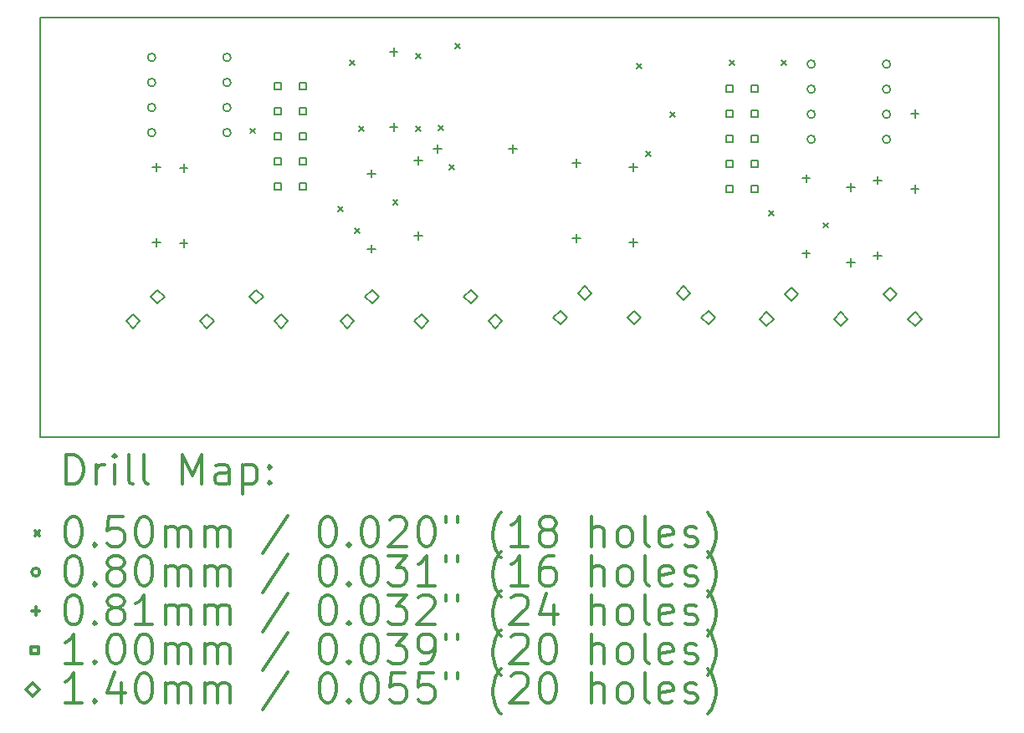
<source format=gbr>
%FSLAX45Y45*%
G04 Gerber Fmt 4.5, Leading zero omitted, Abs format (unit mm)*
G04 Created by KiCad (PCBNEW 4.0.2-stable) date 15/07/2016 14:21:15*
%MOMM*%
G01*
G04 APERTURE LIST*
%ADD10C,0.127000*%
%ADD11C,0.150000*%
%ADD12C,0.200000*%
%ADD13C,0.300000*%
G04 APERTURE END LIST*
D10*
D11*
X13150000Y-4250000D02*
X13150000Y-4350000D01*
X3450000Y-4250000D02*
X13150000Y-4250000D01*
X3450000Y-4350000D02*
X3450000Y-4250000D01*
X3450000Y-8500000D02*
X3450000Y-4350000D01*
X3775000Y-8500000D02*
X3450000Y-8500000D01*
X13150000Y-4350000D02*
X13150000Y-4825000D01*
X13150000Y-8500000D02*
X4075000Y-8500000D01*
X13150000Y-8475000D02*
X13150000Y-8500000D01*
X13150000Y-4825000D02*
X13150000Y-8475000D01*
X4075000Y-8500000D02*
X3775000Y-8500000D01*
D12*
X5572002Y-5368253D02*
X5622002Y-5418253D01*
X5622002Y-5368253D02*
X5572002Y-5418253D01*
X6462997Y-6162001D02*
X6512997Y-6212001D01*
X6512997Y-6162001D02*
X6462997Y-6212001D01*
X6581412Y-4675004D02*
X6631412Y-4725004D01*
X6631412Y-4675004D02*
X6581412Y-4725004D01*
X6633396Y-6378383D02*
X6683396Y-6428383D01*
X6683396Y-6378383D02*
X6633396Y-6428383D01*
X6675000Y-5350000D02*
X6725000Y-5400000D01*
X6725000Y-5350000D02*
X6675000Y-5400000D01*
X7016290Y-6091290D02*
X7066290Y-6141290D01*
X7066290Y-6091290D02*
X7016290Y-6141290D01*
X7250000Y-4611777D02*
X7300000Y-4661777D01*
X7300000Y-4611777D02*
X7250000Y-4661777D01*
X7250000Y-5350005D02*
X7300000Y-5400005D01*
X7300000Y-5350005D02*
X7250000Y-5400005D01*
X7481421Y-5340770D02*
X7531421Y-5390770D01*
X7531421Y-5340770D02*
X7481421Y-5390770D01*
X7588390Y-5736610D02*
X7638390Y-5786610D01*
X7638390Y-5736610D02*
X7588390Y-5786610D01*
X7649003Y-4511776D02*
X7699003Y-4561776D01*
X7699003Y-4511776D02*
X7649003Y-4561776D01*
X9483968Y-4711778D02*
X9533968Y-4761778D01*
X9533968Y-4711778D02*
X9483968Y-4761778D01*
X9575000Y-5600002D02*
X9625000Y-5650002D01*
X9625000Y-5600002D02*
X9575000Y-5650002D01*
X9825000Y-5200000D02*
X9875000Y-5250000D01*
X9875000Y-5200000D02*
X9825000Y-5250000D01*
X10425000Y-4675000D02*
X10475000Y-4725000D01*
X10475000Y-4675000D02*
X10425000Y-4725000D01*
X10825000Y-6200000D02*
X10875000Y-6250000D01*
X10875000Y-6200000D02*
X10825000Y-6250000D01*
X10950000Y-4675000D02*
X11000000Y-4725000D01*
X11000000Y-4675000D02*
X10950000Y-4725000D01*
X11375000Y-6325000D02*
X11425000Y-6375000D01*
X11425000Y-6325000D02*
X11375000Y-6375000D01*
X4615000Y-4650000D02*
G75*
G03X4615000Y-4650000I-40000J0D01*
G01*
X4615000Y-4904000D02*
G75*
G03X4615000Y-4904000I-40000J0D01*
G01*
X4615000Y-5158000D02*
G75*
G03X4615000Y-5158000I-40000J0D01*
G01*
X4615000Y-5412000D02*
G75*
G03X4615000Y-5412000I-40000J0D01*
G01*
X5377000Y-4650000D02*
G75*
G03X5377000Y-4650000I-40000J0D01*
G01*
X5377000Y-4904000D02*
G75*
G03X5377000Y-4904000I-40000J0D01*
G01*
X5377000Y-5158000D02*
G75*
G03X5377000Y-5158000I-40000J0D01*
G01*
X5377000Y-5412000D02*
G75*
G03X5377000Y-5412000I-40000J0D01*
G01*
X11290000Y-4717000D02*
G75*
G03X11290000Y-4717000I-40000J0D01*
G01*
X11290000Y-4971000D02*
G75*
G03X11290000Y-4971000I-40000J0D01*
G01*
X11290000Y-5225000D02*
G75*
G03X11290000Y-5225000I-40000J0D01*
G01*
X11290000Y-5479000D02*
G75*
G03X11290000Y-5479000I-40000J0D01*
G01*
X12052000Y-4717000D02*
G75*
G03X12052000Y-4717000I-40000J0D01*
G01*
X12052000Y-4971000D02*
G75*
G03X12052000Y-4971000I-40000J0D01*
G01*
X12052000Y-5225000D02*
G75*
G03X12052000Y-5225000I-40000J0D01*
G01*
X12052000Y-5479000D02*
G75*
G03X12052000Y-5479000I-40000J0D01*
G01*
X4625000Y-5722360D02*
X4625000Y-5803640D01*
X4584360Y-5763000D02*
X4665640Y-5763000D01*
X4625000Y-6484360D02*
X4625000Y-6565640D01*
X4584360Y-6525000D02*
X4665640Y-6525000D01*
X4900000Y-5728360D02*
X4900000Y-5809640D01*
X4859360Y-5769000D02*
X4940640Y-5769000D01*
X4900000Y-6490360D02*
X4900000Y-6571640D01*
X4859360Y-6531000D02*
X4940640Y-6531000D01*
X6800000Y-5784360D02*
X6800000Y-5865640D01*
X6759360Y-5825000D02*
X6840640Y-5825000D01*
X6800000Y-6546360D02*
X6800000Y-6627640D01*
X6759360Y-6587000D02*
X6840640Y-6587000D01*
X7025000Y-4553360D02*
X7025000Y-4634640D01*
X6984360Y-4594000D02*
X7065640Y-4594000D01*
X7025000Y-5315360D02*
X7025000Y-5396640D01*
X6984360Y-5356000D02*
X7065640Y-5356000D01*
X7275000Y-5653360D02*
X7275000Y-5734640D01*
X7234360Y-5694000D02*
X7315640Y-5694000D01*
X7275000Y-6415360D02*
X7275000Y-6496640D01*
X7234360Y-6456000D02*
X7315640Y-6456000D01*
X7469000Y-5534360D02*
X7469000Y-5615640D01*
X7428360Y-5575000D02*
X7509640Y-5575000D01*
X8231000Y-5534360D02*
X8231000Y-5615640D01*
X8190360Y-5575000D02*
X8271640Y-5575000D01*
X8875000Y-5678360D02*
X8875000Y-5759640D01*
X8834360Y-5719000D02*
X8915640Y-5719000D01*
X8875000Y-6440360D02*
X8875000Y-6521640D01*
X8834360Y-6481000D02*
X8915640Y-6481000D01*
X9450000Y-5722360D02*
X9450000Y-5803640D01*
X9409360Y-5763000D02*
X9490640Y-5763000D01*
X9450000Y-6484360D02*
X9450000Y-6565640D01*
X9409360Y-6525000D02*
X9490640Y-6525000D01*
X11200000Y-5834360D02*
X11200000Y-5915640D01*
X11159360Y-5875000D02*
X11240640Y-5875000D01*
X11200000Y-6596360D02*
X11200000Y-6677640D01*
X11159360Y-6637000D02*
X11240640Y-6637000D01*
X11650000Y-5922360D02*
X11650000Y-6003640D01*
X11609360Y-5963000D02*
X11690640Y-5963000D01*
X11650000Y-6684360D02*
X11650000Y-6765640D01*
X11609360Y-6725000D02*
X11690640Y-6725000D01*
X11925000Y-5853360D02*
X11925000Y-5934640D01*
X11884360Y-5894000D02*
X11965640Y-5894000D01*
X11925000Y-6615360D02*
X11925000Y-6696640D01*
X11884360Y-6656000D02*
X11965640Y-6656000D01*
X12300000Y-5178360D02*
X12300000Y-5259640D01*
X12259360Y-5219000D02*
X12340640Y-5219000D01*
X12300000Y-5940360D02*
X12300000Y-6021640D01*
X12259360Y-5981000D02*
X12340640Y-5981000D01*
X5885356Y-4973356D02*
X5885356Y-4902644D01*
X5814644Y-4902644D01*
X5814644Y-4973356D01*
X5885356Y-4973356D01*
X5885356Y-5227356D02*
X5885356Y-5156644D01*
X5814644Y-5156644D01*
X5814644Y-5227356D01*
X5885356Y-5227356D01*
X5885356Y-5481356D02*
X5885356Y-5410644D01*
X5814644Y-5410644D01*
X5814644Y-5481356D01*
X5885356Y-5481356D01*
X5885356Y-5735356D02*
X5885356Y-5664644D01*
X5814644Y-5664644D01*
X5814644Y-5735356D01*
X5885356Y-5735356D01*
X5885356Y-5989356D02*
X5885356Y-5918644D01*
X5814644Y-5918644D01*
X5814644Y-5989356D01*
X5885356Y-5989356D01*
X6139356Y-4973356D02*
X6139356Y-4902644D01*
X6068644Y-4902644D01*
X6068644Y-4973356D01*
X6139356Y-4973356D01*
X6139356Y-5227356D02*
X6139356Y-5156644D01*
X6068644Y-5156644D01*
X6068644Y-5227356D01*
X6139356Y-5227356D01*
X6139356Y-5481356D02*
X6139356Y-5410644D01*
X6068644Y-5410644D01*
X6068644Y-5481356D01*
X6139356Y-5481356D01*
X6139356Y-5735356D02*
X6139356Y-5664644D01*
X6068644Y-5664644D01*
X6068644Y-5735356D01*
X6139356Y-5735356D01*
X6139356Y-5989356D02*
X6139356Y-5918644D01*
X6068644Y-5918644D01*
X6068644Y-5989356D01*
X6139356Y-5989356D01*
X10460356Y-4998356D02*
X10460356Y-4927644D01*
X10389644Y-4927644D01*
X10389644Y-4998356D01*
X10460356Y-4998356D01*
X10460356Y-5252356D02*
X10460356Y-5181644D01*
X10389644Y-5181644D01*
X10389644Y-5252356D01*
X10460356Y-5252356D01*
X10460356Y-5506356D02*
X10460356Y-5435644D01*
X10389644Y-5435644D01*
X10389644Y-5506356D01*
X10460356Y-5506356D01*
X10460356Y-5760356D02*
X10460356Y-5689644D01*
X10389644Y-5689644D01*
X10389644Y-5760356D01*
X10460356Y-5760356D01*
X10460356Y-6014356D02*
X10460356Y-5943644D01*
X10389644Y-5943644D01*
X10389644Y-6014356D01*
X10460356Y-6014356D01*
X10714356Y-4998356D02*
X10714356Y-4927644D01*
X10643644Y-4927644D01*
X10643644Y-4998356D01*
X10714356Y-4998356D01*
X10714356Y-5252356D02*
X10714356Y-5181644D01*
X10643644Y-5181644D01*
X10643644Y-5252356D01*
X10714356Y-5252356D01*
X10714356Y-5506356D02*
X10714356Y-5435644D01*
X10643644Y-5435644D01*
X10643644Y-5506356D01*
X10714356Y-5506356D01*
X10714356Y-5760356D02*
X10714356Y-5689644D01*
X10643644Y-5689644D01*
X10643644Y-5760356D01*
X10714356Y-5760356D01*
X10714356Y-6014356D02*
X10714356Y-5943644D01*
X10643644Y-5943644D01*
X10643644Y-6014356D01*
X10714356Y-6014356D01*
X4385468Y-7392604D02*
X4455318Y-7322754D01*
X4385468Y-7252904D01*
X4315618Y-7322754D01*
X4385468Y-7392604D01*
X4635658Y-7142414D02*
X4705508Y-7072564D01*
X4635658Y-7002714D01*
X4565808Y-7072564D01*
X4635658Y-7142414D01*
X5135276Y-7392350D02*
X5205126Y-7322500D01*
X5135276Y-7252650D01*
X5065426Y-7322500D01*
X5135276Y-7392350D01*
X5634894Y-7142414D02*
X5704744Y-7072564D01*
X5634894Y-7002714D01*
X5565044Y-7072564D01*
X5634894Y-7142414D01*
X5885084Y-7392604D02*
X5954934Y-7322754D01*
X5885084Y-7252904D01*
X5815234Y-7322754D01*
X5885084Y-7392604D01*
X6555468Y-7392604D02*
X6625318Y-7322754D01*
X6555468Y-7252904D01*
X6485618Y-7322754D01*
X6555468Y-7392604D01*
X6805658Y-7142414D02*
X6875508Y-7072564D01*
X6805658Y-7002714D01*
X6735808Y-7072564D01*
X6805658Y-7142414D01*
X7305276Y-7392350D02*
X7375126Y-7322500D01*
X7305276Y-7252650D01*
X7235426Y-7322500D01*
X7305276Y-7392350D01*
X7804894Y-7142414D02*
X7874744Y-7072564D01*
X7804894Y-7002714D01*
X7735044Y-7072564D01*
X7804894Y-7142414D01*
X8055084Y-7392604D02*
X8124934Y-7322754D01*
X8055084Y-7252904D01*
X7985234Y-7322754D01*
X8055084Y-7392604D01*
X8710468Y-7356604D02*
X8780318Y-7286754D01*
X8710468Y-7216904D01*
X8640618Y-7286754D01*
X8710468Y-7356604D01*
X8960658Y-7106414D02*
X9030508Y-7036564D01*
X8960658Y-6966714D01*
X8890808Y-7036564D01*
X8960658Y-7106414D01*
X9460276Y-7356350D02*
X9530126Y-7286500D01*
X9460276Y-7216650D01*
X9390426Y-7286500D01*
X9460276Y-7356350D01*
X9959894Y-7106414D02*
X10029744Y-7036564D01*
X9959894Y-6966714D01*
X9890044Y-7036564D01*
X9959894Y-7106414D01*
X10210084Y-7356604D02*
X10279934Y-7286754D01*
X10210084Y-7216904D01*
X10140234Y-7286754D01*
X10210084Y-7356604D01*
X10800192Y-7370130D02*
X10870042Y-7300280D01*
X10800192Y-7230430D01*
X10730342Y-7300280D01*
X10800192Y-7370130D01*
X11050382Y-7119940D02*
X11120232Y-7050090D01*
X11050382Y-6980240D01*
X10980532Y-7050090D01*
X11050382Y-7119940D01*
X11550000Y-7369876D02*
X11619850Y-7300026D01*
X11550000Y-7230176D01*
X11480150Y-7300026D01*
X11550000Y-7369876D01*
X12049618Y-7119940D02*
X12119468Y-7050090D01*
X12049618Y-6980240D01*
X11979768Y-7050090D01*
X12049618Y-7119940D01*
X12299808Y-7370130D02*
X12369658Y-7300280D01*
X12299808Y-7230430D01*
X12229958Y-7300280D01*
X12299808Y-7370130D01*
D13*
X3713928Y-8973214D02*
X3713928Y-8673214D01*
X3785357Y-8673214D01*
X3828214Y-8687500D01*
X3856786Y-8716072D01*
X3871071Y-8744643D01*
X3885357Y-8801786D01*
X3885357Y-8844643D01*
X3871071Y-8901786D01*
X3856786Y-8930357D01*
X3828214Y-8958929D01*
X3785357Y-8973214D01*
X3713928Y-8973214D01*
X4013928Y-8973214D02*
X4013928Y-8773214D01*
X4013928Y-8830357D02*
X4028214Y-8801786D01*
X4042500Y-8787500D01*
X4071071Y-8773214D01*
X4099643Y-8773214D01*
X4199643Y-8973214D02*
X4199643Y-8773214D01*
X4199643Y-8673214D02*
X4185357Y-8687500D01*
X4199643Y-8701786D01*
X4213929Y-8687500D01*
X4199643Y-8673214D01*
X4199643Y-8701786D01*
X4385357Y-8973214D02*
X4356786Y-8958929D01*
X4342500Y-8930357D01*
X4342500Y-8673214D01*
X4542500Y-8973214D02*
X4513929Y-8958929D01*
X4499643Y-8930357D01*
X4499643Y-8673214D01*
X4885357Y-8973214D02*
X4885357Y-8673214D01*
X4985357Y-8887500D01*
X5085357Y-8673214D01*
X5085357Y-8973214D01*
X5356786Y-8973214D02*
X5356786Y-8816072D01*
X5342500Y-8787500D01*
X5313929Y-8773214D01*
X5256786Y-8773214D01*
X5228214Y-8787500D01*
X5356786Y-8958929D02*
X5328214Y-8973214D01*
X5256786Y-8973214D01*
X5228214Y-8958929D01*
X5213929Y-8930357D01*
X5213929Y-8901786D01*
X5228214Y-8873214D01*
X5256786Y-8858929D01*
X5328214Y-8858929D01*
X5356786Y-8844643D01*
X5499643Y-8773214D02*
X5499643Y-9073214D01*
X5499643Y-8787500D02*
X5528214Y-8773214D01*
X5585357Y-8773214D01*
X5613928Y-8787500D01*
X5628214Y-8801786D01*
X5642500Y-8830357D01*
X5642500Y-8916072D01*
X5628214Y-8944643D01*
X5613928Y-8958929D01*
X5585357Y-8973214D01*
X5528214Y-8973214D01*
X5499643Y-8958929D01*
X5771071Y-8944643D02*
X5785357Y-8958929D01*
X5771071Y-8973214D01*
X5756786Y-8958929D01*
X5771071Y-8944643D01*
X5771071Y-8973214D01*
X5771071Y-8787500D02*
X5785357Y-8801786D01*
X5771071Y-8816072D01*
X5756786Y-8801786D01*
X5771071Y-8787500D01*
X5771071Y-8816072D01*
X3392500Y-9442500D02*
X3442500Y-9492500D01*
X3442500Y-9442500D02*
X3392500Y-9492500D01*
X3771071Y-9303214D02*
X3799643Y-9303214D01*
X3828214Y-9317500D01*
X3842500Y-9331786D01*
X3856786Y-9360357D01*
X3871071Y-9417500D01*
X3871071Y-9488929D01*
X3856786Y-9546072D01*
X3842500Y-9574643D01*
X3828214Y-9588929D01*
X3799643Y-9603214D01*
X3771071Y-9603214D01*
X3742500Y-9588929D01*
X3728214Y-9574643D01*
X3713928Y-9546072D01*
X3699643Y-9488929D01*
X3699643Y-9417500D01*
X3713928Y-9360357D01*
X3728214Y-9331786D01*
X3742500Y-9317500D01*
X3771071Y-9303214D01*
X3999643Y-9574643D02*
X4013928Y-9588929D01*
X3999643Y-9603214D01*
X3985357Y-9588929D01*
X3999643Y-9574643D01*
X3999643Y-9603214D01*
X4285357Y-9303214D02*
X4142500Y-9303214D01*
X4128214Y-9446072D01*
X4142500Y-9431786D01*
X4171071Y-9417500D01*
X4242500Y-9417500D01*
X4271071Y-9431786D01*
X4285357Y-9446072D01*
X4299643Y-9474643D01*
X4299643Y-9546072D01*
X4285357Y-9574643D01*
X4271071Y-9588929D01*
X4242500Y-9603214D01*
X4171071Y-9603214D01*
X4142500Y-9588929D01*
X4128214Y-9574643D01*
X4485357Y-9303214D02*
X4513929Y-9303214D01*
X4542500Y-9317500D01*
X4556786Y-9331786D01*
X4571071Y-9360357D01*
X4585357Y-9417500D01*
X4585357Y-9488929D01*
X4571071Y-9546072D01*
X4556786Y-9574643D01*
X4542500Y-9588929D01*
X4513929Y-9603214D01*
X4485357Y-9603214D01*
X4456786Y-9588929D01*
X4442500Y-9574643D01*
X4428214Y-9546072D01*
X4413929Y-9488929D01*
X4413929Y-9417500D01*
X4428214Y-9360357D01*
X4442500Y-9331786D01*
X4456786Y-9317500D01*
X4485357Y-9303214D01*
X4713929Y-9603214D02*
X4713929Y-9403214D01*
X4713929Y-9431786D02*
X4728214Y-9417500D01*
X4756786Y-9403214D01*
X4799643Y-9403214D01*
X4828214Y-9417500D01*
X4842500Y-9446072D01*
X4842500Y-9603214D01*
X4842500Y-9446072D02*
X4856786Y-9417500D01*
X4885357Y-9403214D01*
X4928214Y-9403214D01*
X4956786Y-9417500D01*
X4971071Y-9446072D01*
X4971071Y-9603214D01*
X5113929Y-9603214D02*
X5113929Y-9403214D01*
X5113929Y-9431786D02*
X5128214Y-9417500D01*
X5156786Y-9403214D01*
X5199643Y-9403214D01*
X5228214Y-9417500D01*
X5242500Y-9446072D01*
X5242500Y-9603214D01*
X5242500Y-9446072D02*
X5256786Y-9417500D01*
X5285357Y-9403214D01*
X5328214Y-9403214D01*
X5356786Y-9417500D01*
X5371071Y-9446072D01*
X5371071Y-9603214D01*
X5956786Y-9288929D02*
X5699643Y-9674643D01*
X6342500Y-9303214D02*
X6371071Y-9303214D01*
X6399643Y-9317500D01*
X6413928Y-9331786D01*
X6428214Y-9360357D01*
X6442500Y-9417500D01*
X6442500Y-9488929D01*
X6428214Y-9546072D01*
X6413928Y-9574643D01*
X6399643Y-9588929D01*
X6371071Y-9603214D01*
X6342500Y-9603214D01*
X6313928Y-9588929D01*
X6299643Y-9574643D01*
X6285357Y-9546072D01*
X6271071Y-9488929D01*
X6271071Y-9417500D01*
X6285357Y-9360357D01*
X6299643Y-9331786D01*
X6313928Y-9317500D01*
X6342500Y-9303214D01*
X6571071Y-9574643D02*
X6585357Y-9588929D01*
X6571071Y-9603214D01*
X6556786Y-9588929D01*
X6571071Y-9574643D01*
X6571071Y-9603214D01*
X6771071Y-9303214D02*
X6799643Y-9303214D01*
X6828214Y-9317500D01*
X6842500Y-9331786D01*
X6856785Y-9360357D01*
X6871071Y-9417500D01*
X6871071Y-9488929D01*
X6856785Y-9546072D01*
X6842500Y-9574643D01*
X6828214Y-9588929D01*
X6799643Y-9603214D01*
X6771071Y-9603214D01*
X6742500Y-9588929D01*
X6728214Y-9574643D01*
X6713928Y-9546072D01*
X6699643Y-9488929D01*
X6699643Y-9417500D01*
X6713928Y-9360357D01*
X6728214Y-9331786D01*
X6742500Y-9317500D01*
X6771071Y-9303214D01*
X6985357Y-9331786D02*
X6999643Y-9317500D01*
X7028214Y-9303214D01*
X7099643Y-9303214D01*
X7128214Y-9317500D01*
X7142500Y-9331786D01*
X7156785Y-9360357D01*
X7156785Y-9388929D01*
X7142500Y-9431786D01*
X6971071Y-9603214D01*
X7156785Y-9603214D01*
X7342500Y-9303214D02*
X7371071Y-9303214D01*
X7399643Y-9317500D01*
X7413928Y-9331786D01*
X7428214Y-9360357D01*
X7442500Y-9417500D01*
X7442500Y-9488929D01*
X7428214Y-9546072D01*
X7413928Y-9574643D01*
X7399643Y-9588929D01*
X7371071Y-9603214D01*
X7342500Y-9603214D01*
X7313928Y-9588929D01*
X7299643Y-9574643D01*
X7285357Y-9546072D01*
X7271071Y-9488929D01*
X7271071Y-9417500D01*
X7285357Y-9360357D01*
X7299643Y-9331786D01*
X7313928Y-9317500D01*
X7342500Y-9303214D01*
X7556786Y-9303214D02*
X7556786Y-9360357D01*
X7671071Y-9303214D02*
X7671071Y-9360357D01*
X8113928Y-9717500D02*
X8099643Y-9703214D01*
X8071071Y-9660357D01*
X8056785Y-9631786D01*
X8042500Y-9588929D01*
X8028214Y-9517500D01*
X8028214Y-9460357D01*
X8042500Y-9388929D01*
X8056785Y-9346072D01*
X8071071Y-9317500D01*
X8099643Y-9274643D01*
X8113928Y-9260357D01*
X8385357Y-9603214D02*
X8213928Y-9603214D01*
X8299643Y-9603214D02*
X8299643Y-9303214D01*
X8271071Y-9346072D01*
X8242500Y-9374643D01*
X8213928Y-9388929D01*
X8556786Y-9431786D02*
X8528214Y-9417500D01*
X8513928Y-9403214D01*
X8499643Y-9374643D01*
X8499643Y-9360357D01*
X8513928Y-9331786D01*
X8528214Y-9317500D01*
X8556786Y-9303214D01*
X8613928Y-9303214D01*
X8642500Y-9317500D01*
X8656786Y-9331786D01*
X8671071Y-9360357D01*
X8671071Y-9374643D01*
X8656786Y-9403214D01*
X8642500Y-9417500D01*
X8613928Y-9431786D01*
X8556786Y-9431786D01*
X8528214Y-9446072D01*
X8513928Y-9460357D01*
X8499643Y-9488929D01*
X8499643Y-9546072D01*
X8513928Y-9574643D01*
X8528214Y-9588929D01*
X8556786Y-9603214D01*
X8613928Y-9603214D01*
X8642500Y-9588929D01*
X8656786Y-9574643D01*
X8671071Y-9546072D01*
X8671071Y-9488929D01*
X8656786Y-9460357D01*
X8642500Y-9446072D01*
X8613928Y-9431786D01*
X9028214Y-9603214D02*
X9028214Y-9303214D01*
X9156786Y-9603214D02*
X9156786Y-9446072D01*
X9142500Y-9417500D01*
X9113928Y-9403214D01*
X9071071Y-9403214D01*
X9042500Y-9417500D01*
X9028214Y-9431786D01*
X9342500Y-9603214D02*
X9313928Y-9588929D01*
X9299643Y-9574643D01*
X9285357Y-9546072D01*
X9285357Y-9460357D01*
X9299643Y-9431786D01*
X9313928Y-9417500D01*
X9342500Y-9403214D01*
X9385357Y-9403214D01*
X9413928Y-9417500D01*
X9428214Y-9431786D01*
X9442500Y-9460357D01*
X9442500Y-9546072D01*
X9428214Y-9574643D01*
X9413928Y-9588929D01*
X9385357Y-9603214D01*
X9342500Y-9603214D01*
X9613928Y-9603214D02*
X9585357Y-9588929D01*
X9571071Y-9560357D01*
X9571071Y-9303214D01*
X9842500Y-9588929D02*
X9813929Y-9603214D01*
X9756786Y-9603214D01*
X9728214Y-9588929D01*
X9713929Y-9560357D01*
X9713929Y-9446072D01*
X9728214Y-9417500D01*
X9756786Y-9403214D01*
X9813929Y-9403214D01*
X9842500Y-9417500D01*
X9856786Y-9446072D01*
X9856786Y-9474643D01*
X9713929Y-9503214D01*
X9971071Y-9588929D02*
X9999643Y-9603214D01*
X10056786Y-9603214D01*
X10085357Y-9588929D01*
X10099643Y-9560357D01*
X10099643Y-9546072D01*
X10085357Y-9517500D01*
X10056786Y-9503214D01*
X10013929Y-9503214D01*
X9985357Y-9488929D01*
X9971071Y-9460357D01*
X9971071Y-9446072D01*
X9985357Y-9417500D01*
X10013929Y-9403214D01*
X10056786Y-9403214D01*
X10085357Y-9417500D01*
X10199643Y-9717500D02*
X10213929Y-9703214D01*
X10242500Y-9660357D01*
X10256786Y-9631786D01*
X10271071Y-9588929D01*
X10285357Y-9517500D01*
X10285357Y-9460357D01*
X10271071Y-9388929D01*
X10256786Y-9346072D01*
X10242500Y-9317500D01*
X10213929Y-9274643D01*
X10199643Y-9260357D01*
X3442500Y-9863500D02*
G75*
G03X3442500Y-9863500I-40000J0D01*
G01*
X3771071Y-9699214D02*
X3799643Y-9699214D01*
X3828214Y-9713500D01*
X3842500Y-9727786D01*
X3856786Y-9756357D01*
X3871071Y-9813500D01*
X3871071Y-9884929D01*
X3856786Y-9942072D01*
X3842500Y-9970643D01*
X3828214Y-9984929D01*
X3799643Y-9999214D01*
X3771071Y-9999214D01*
X3742500Y-9984929D01*
X3728214Y-9970643D01*
X3713928Y-9942072D01*
X3699643Y-9884929D01*
X3699643Y-9813500D01*
X3713928Y-9756357D01*
X3728214Y-9727786D01*
X3742500Y-9713500D01*
X3771071Y-9699214D01*
X3999643Y-9970643D02*
X4013928Y-9984929D01*
X3999643Y-9999214D01*
X3985357Y-9984929D01*
X3999643Y-9970643D01*
X3999643Y-9999214D01*
X4185357Y-9827786D02*
X4156786Y-9813500D01*
X4142500Y-9799214D01*
X4128214Y-9770643D01*
X4128214Y-9756357D01*
X4142500Y-9727786D01*
X4156786Y-9713500D01*
X4185357Y-9699214D01*
X4242500Y-9699214D01*
X4271071Y-9713500D01*
X4285357Y-9727786D01*
X4299643Y-9756357D01*
X4299643Y-9770643D01*
X4285357Y-9799214D01*
X4271071Y-9813500D01*
X4242500Y-9827786D01*
X4185357Y-9827786D01*
X4156786Y-9842072D01*
X4142500Y-9856357D01*
X4128214Y-9884929D01*
X4128214Y-9942072D01*
X4142500Y-9970643D01*
X4156786Y-9984929D01*
X4185357Y-9999214D01*
X4242500Y-9999214D01*
X4271071Y-9984929D01*
X4285357Y-9970643D01*
X4299643Y-9942072D01*
X4299643Y-9884929D01*
X4285357Y-9856357D01*
X4271071Y-9842072D01*
X4242500Y-9827786D01*
X4485357Y-9699214D02*
X4513929Y-9699214D01*
X4542500Y-9713500D01*
X4556786Y-9727786D01*
X4571071Y-9756357D01*
X4585357Y-9813500D01*
X4585357Y-9884929D01*
X4571071Y-9942072D01*
X4556786Y-9970643D01*
X4542500Y-9984929D01*
X4513929Y-9999214D01*
X4485357Y-9999214D01*
X4456786Y-9984929D01*
X4442500Y-9970643D01*
X4428214Y-9942072D01*
X4413929Y-9884929D01*
X4413929Y-9813500D01*
X4428214Y-9756357D01*
X4442500Y-9727786D01*
X4456786Y-9713500D01*
X4485357Y-9699214D01*
X4713929Y-9999214D02*
X4713929Y-9799214D01*
X4713929Y-9827786D02*
X4728214Y-9813500D01*
X4756786Y-9799214D01*
X4799643Y-9799214D01*
X4828214Y-9813500D01*
X4842500Y-9842072D01*
X4842500Y-9999214D01*
X4842500Y-9842072D02*
X4856786Y-9813500D01*
X4885357Y-9799214D01*
X4928214Y-9799214D01*
X4956786Y-9813500D01*
X4971071Y-9842072D01*
X4971071Y-9999214D01*
X5113929Y-9999214D02*
X5113929Y-9799214D01*
X5113929Y-9827786D02*
X5128214Y-9813500D01*
X5156786Y-9799214D01*
X5199643Y-9799214D01*
X5228214Y-9813500D01*
X5242500Y-9842072D01*
X5242500Y-9999214D01*
X5242500Y-9842072D02*
X5256786Y-9813500D01*
X5285357Y-9799214D01*
X5328214Y-9799214D01*
X5356786Y-9813500D01*
X5371071Y-9842072D01*
X5371071Y-9999214D01*
X5956786Y-9684929D02*
X5699643Y-10070643D01*
X6342500Y-9699214D02*
X6371071Y-9699214D01*
X6399643Y-9713500D01*
X6413928Y-9727786D01*
X6428214Y-9756357D01*
X6442500Y-9813500D01*
X6442500Y-9884929D01*
X6428214Y-9942072D01*
X6413928Y-9970643D01*
X6399643Y-9984929D01*
X6371071Y-9999214D01*
X6342500Y-9999214D01*
X6313928Y-9984929D01*
X6299643Y-9970643D01*
X6285357Y-9942072D01*
X6271071Y-9884929D01*
X6271071Y-9813500D01*
X6285357Y-9756357D01*
X6299643Y-9727786D01*
X6313928Y-9713500D01*
X6342500Y-9699214D01*
X6571071Y-9970643D02*
X6585357Y-9984929D01*
X6571071Y-9999214D01*
X6556786Y-9984929D01*
X6571071Y-9970643D01*
X6571071Y-9999214D01*
X6771071Y-9699214D02*
X6799643Y-9699214D01*
X6828214Y-9713500D01*
X6842500Y-9727786D01*
X6856785Y-9756357D01*
X6871071Y-9813500D01*
X6871071Y-9884929D01*
X6856785Y-9942072D01*
X6842500Y-9970643D01*
X6828214Y-9984929D01*
X6799643Y-9999214D01*
X6771071Y-9999214D01*
X6742500Y-9984929D01*
X6728214Y-9970643D01*
X6713928Y-9942072D01*
X6699643Y-9884929D01*
X6699643Y-9813500D01*
X6713928Y-9756357D01*
X6728214Y-9727786D01*
X6742500Y-9713500D01*
X6771071Y-9699214D01*
X6971071Y-9699214D02*
X7156785Y-9699214D01*
X7056785Y-9813500D01*
X7099643Y-9813500D01*
X7128214Y-9827786D01*
X7142500Y-9842072D01*
X7156785Y-9870643D01*
X7156785Y-9942072D01*
X7142500Y-9970643D01*
X7128214Y-9984929D01*
X7099643Y-9999214D01*
X7013928Y-9999214D01*
X6985357Y-9984929D01*
X6971071Y-9970643D01*
X7442500Y-9999214D02*
X7271071Y-9999214D01*
X7356785Y-9999214D02*
X7356785Y-9699214D01*
X7328214Y-9742072D01*
X7299643Y-9770643D01*
X7271071Y-9784929D01*
X7556786Y-9699214D02*
X7556786Y-9756357D01*
X7671071Y-9699214D02*
X7671071Y-9756357D01*
X8113928Y-10113500D02*
X8099643Y-10099214D01*
X8071071Y-10056357D01*
X8056785Y-10027786D01*
X8042500Y-9984929D01*
X8028214Y-9913500D01*
X8028214Y-9856357D01*
X8042500Y-9784929D01*
X8056785Y-9742072D01*
X8071071Y-9713500D01*
X8099643Y-9670643D01*
X8113928Y-9656357D01*
X8385357Y-9999214D02*
X8213928Y-9999214D01*
X8299643Y-9999214D02*
X8299643Y-9699214D01*
X8271071Y-9742072D01*
X8242500Y-9770643D01*
X8213928Y-9784929D01*
X8642500Y-9699214D02*
X8585357Y-9699214D01*
X8556786Y-9713500D01*
X8542500Y-9727786D01*
X8513928Y-9770643D01*
X8499643Y-9827786D01*
X8499643Y-9942072D01*
X8513928Y-9970643D01*
X8528214Y-9984929D01*
X8556786Y-9999214D01*
X8613928Y-9999214D01*
X8642500Y-9984929D01*
X8656786Y-9970643D01*
X8671071Y-9942072D01*
X8671071Y-9870643D01*
X8656786Y-9842072D01*
X8642500Y-9827786D01*
X8613928Y-9813500D01*
X8556786Y-9813500D01*
X8528214Y-9827786D01*
X8513928Y-9842072D01*
X8499643Y-9870643D01*
X9028214Y-9999214D02*
X9028214Y-9699214D01*
X9156786Y-9999214D02*
X9156786Y-9842072D01*
X9142500Y-9813500D01*
X9113928Y-9799214D01*
X9071071Y-9799214D01*
X9042500Y-9813500D01*
X9028214Y-9827786D01*
X9342500Y-9999214D02*
X9313928Y-9984929D01*
X9299643Y-9970643D01*
X9285357Y-9942072D01*
X9285357Y-9856357D01*
X9299643Y-9827786D01*
X9313928Y-9813500D01*
X9342500Y-9799214D01*
X9385357Y-9799214D01*
X9413928Y-9813500D01*
X9428214Y-9827786D01*
X9442500Y-9856357D01*
X9442500Y-9942072D01*
X9428214Y-9970643D01*
X9413928Y-9984929D01*
X9385357Y-9999214D01*
X9342500Y-9999214D01*
X9613928Y-9999214D02*
X9585357Y-9984929D01*
X9571071Y-9956357D01*
X9571071Y-9699214D01*
X9842500Y-9984929D02*
X9813929Y-9999214D01*
X9756786Y-9999214D01*
X9728214Y-9984929D01*
X9713929Y-9956357D01*
X9713929Y-9842072D01*
X9728214Y-9813500D01*
X9756786Y-9799214D01*
X9813929Y-9799214D01*
X9842500Y-9813500D01*
X9856786Y-9842072D01*
X9856786Y-9870643D01*
X9713929Y-9899214D01*
X9971071Y-9984929D02*
X9999643Y-9999214D01*
X10056786Y-9999214D01*
X10085357Y-9984929D01*
X10099643Y-9956357D01*
X10099643Y-9942072D01*
X10085357Y-9913500D01*
X10056786Y-9899214D01*
X10013929Y-9899214D01*
X9985357Y-9884929D01*
X9971071Y-9856357D01*
X9971071Y-9842072D01*
X9985357Y-9813500D01*
X10013929Y-9799214D01*
X10056786Y-9799214D01*
X10085357Y-9813500D01*
X10199643Y-10113500D02*
X10213929Y-10099214D01*
X10242500Y-10056357D01*
X10256786Y-10027786D01*
X10271071Y-9984929D01*
X10285357Y-9913500D01*
X10285357Y-9856357D01*
X10271071Y-9784929D01*
X10256786Y-9742072D01*
X10242500Y-9713500D01*
X10213929Y-9670643D01*
X10199643Y-9656357D01*
X3401860Y-10218860D02*
X3401860Y-10300140D01*
X3361220Y-10259500D02*
X3442500Y-10259500D01*
X3771071Y-10095214D02*
X3799643Y-10095214D01*
X3828214Y-10109500D01*
X3842500Y-10123786D01*
X3856786Y-10152357D01*
X3871071Y-10209500D01*
X3871071Y-10280929D01*
X3856786Y-10338072D01*
X3842500Y-10366643D01*
X3828214Y-10380929D01*
X3799643Y-10395214D01*
X3771071Y-10395214D01*
X3742500Y-10380929D01*
X3728214Y-10366643D01*
X3713928Y-10338072D01*
X3699643Y-10280929D01*
X3699643Y-10209500D01*
X3713928Y-10152357D01*
X3728214Y-10123786D01*
X3742500Y-10109500D01*
X3771071Y-10095214D01*
X3999643Y-10366643D02*
X4013928Y-10380929D01*
X3999643Y-10395214D01*
X3985357Y-10380929D01*
X3999643Y-10366643D01*
X3999643Y-10395214D01*
X4185357Y-10223786D02*
X4156786Y-10209500D01*
X4142500Y-10195214D01*
X4128214Y-10166643D01*
X4128214Y-10152357D01*
X4142500Y-10123786D01*
X4156786Y-10109500D01*
X4185357Y-10095214D01*
X4242500Y-10095214D01*
X4271071Y-10109500D01*
X4285357Y-10123786D01*
X4299643Y-10152357D01*
X4299643Y-10166643D01*
X4285357Y-10195214D01*
X4271071Y-10209500D01*
X4242500Y-10223786D01*
X4185357Y-10223786D01*
X4156786Y-10238072D01*
X4142500Y-10252357D01*
X4128214Y-10280929D01*
X4128214Y-10338072D01*
X4142500Y-10366643D01*
X4156786Y-10380929D01*
X4185357Y-10395214D01*
X4242500Y-10395214D01*
X4271071Y-10380929D01*
X4285357Y-10366643D01*
X4299643Y-10338072D01*
X4299643Y-10280929D01*
X4285357Y-10252357D01*
X4271071Y-10238072D01*
X4242500Y-10223786D01*
X4585357Y-10395214D02*
X4413929Y-10395214D01*
X4499643Y-10395214D02*
X4499643Y-10095214D01*
X4471071Y-10138072D01*
X4442500Y-10166643D01*
X4413929Y-10180929D01*
X4713929Y-10395214D02*
X4713929Y-10195214D01*
X4713929Y-10223786D02*
X4728214Y-10209500D01*
X4756786Y-10195214D01*
X4799643Y-10195214D01*
X4828214Y-10209500D01*
X4842500Y-10238072D01*
X4842500Y-10395214D01*
X4842500Y-10238072D02*
X4856786Y-10209500D01*
X4885357Y-10195214D01*
X4928214Y-10195214D01*
X4956786Y-10209500D01*
X4971071Y-10238072D01*
X4971071Y-10395214D01*
X5113929Y-10395214D02*
X5113929Y-10195214D01*
X5113929Y-10223786D02*
X5128214Y-10209500D01*
X5156786Y-10195214D01*
X5199643Y-10195214D01*
X5228214Y-10209500D01*
X5242500Y-10238072D01*
X5242500Y-10395214D01*
X5242500Y-10238072D02*
X5256786Y-10209500D01*
X5285357Y-10195214D01*
X5328214Y-10195214D01*
X5356786Y-10209500D01*
X5371071Y-10238072D01*
X5371071Y-10395214D01*
X5956786Y-10080929D02*
X5699643Y-10466643D01*
X6342500Y-10095214D02*
X6371071Y-10095214D01*
X6399643Y-10109500D01*
X6413928Y-10123786D01*
X6428214Y-10152357D01*
X6442500Y-10209500D01*
X6442500Y-10280929D01*
X6428214Y-10338072D01*
X6413928Y-10366643D01*
X6399643Y-10380929D01*
X6371071Y-10395214D01*
X6342500Y-10395214D01*
X6313928Y-10380929D01*
X6299643Y-10366643D01*
X6285357Y-10338072D01*
X6271071Y-10280929D01*
X6271071Y-10209500D01*
X6285357Y-10152357D01*
X6299643Y-10123786D01*
X6313928Y-10109500D01*
X6342500Y-10095214D01*
X6571071Y-10366643D02*
X6585357Y-10380929D01*
X6571071Y-10395214D01*
X6556786Y-10380929D01*
X6571071Y-10366643D01*
X6571071Y-10395214D01*
X6771071Y-10095214D02*
X6799643Y-10095214D01*
X6828214Y-10109500D01*
X6842500Y-10123786D01*
X6856785Y-10152357D01*
X6871071Y-10209500D01*
X6871071Y-10280929D01*
X6856785Y-10338072D01*
X6842500Y-10366643D01*
X6828214Y-10380929D01*
X6799643Y-10395214D01*
X6771071Y-10395214D01*
X6742500Y-10380929D01*
X6728214Y-10366643D01*
X6713928Y-10338072D01*
X6699643Y-10280929D01*
X6699643Y-10209500D01*
X6713928Y-10152357D01*
X6728214Y-10123786D01*
X6742500Y-10109500D01*
X6771071Y-10095214D01*
X6971071Y-10095214D02*
X7156785Y-10095214D01*
X7056785Y-10209500D01*
X7099643Y-10209500D01*
X7128214Y-10223786D01*
X7142500Y-10238072D01*
X7156785Y-10266643D01*
X7156785Y-10338072D01*
X7142500Y-10366643D01*
X7128214Y-10380929D01*
X7099643Y-10395214D01*
X7013928Y-10395214D01*
X6985357Y-10380929D01*
X6971071Y-10366643D01*
X7271071Y-10123786D02*
X7285357Y-10109500D01*
X7313928Y-10095214D01*
X7385357Y-10095214D01*
X7413928Y-10109500D01*
X7428214Y-10123786D01*
X7442500Y-10152357D01*
X7442500Y-10180929D01*
X7428214Y-10223786D01*
X7256785Y-10395214D01*
X7442500Y-10395214D01*
X7556786Y-10095214D02*
X7556786Y-10152357D01*
X7671071Y-10095214D02*
X7671071Y-10152357D01*
X8113928Y-10509500D02*
X8099643Y-10495214D01*
X8071071Y-10452357D01*
X8056785Y-10423786D01*
X8042500Y-10380929D01*
X8028214Y-10309500D01*
X8028214Y-10252357D01*
X8042500Y-10180929D01*
X8056785Y-10138072D01*
X8071071Y-10109500D01*
X8099643Y-10066643D01*
X8113928Y-10052357D01*
X8213928Y-10123786D02*
X8228214Y-10109500D01*
X8256785Y-10095214D01*
X8328214Y-10095214D01*
X8356785Y-10109500D01*
X8371071Y-10123786D01*
X8385357Y-10152357D01*
X8385357Y-10180929D01*
X8371071Y-10223786D01*
X8199643Y-10395214D01*
X8385357Y-10395214D01*
X8642500Y-10195214D02*
X8642500Y-10395214D01*
X8571071Y-10080929D02*
X8499643Y-10295214D01*
X8685357Y-10295214D01*
X9028214Y-10395214D02*
X9028214Y-10095214D01*
X9156786Y-10395214D02*
X9156786Y-10238072D01*
X9142500Y-10209500D01*
X9113928Y-10195214D01*
X9071071Y-10195214D01*
X9042500Y-10209500D01*
X9028214Y-10223786D01*
X9342500Y-10395214D02*
X9313928Y-10380929D01*
X9299643Y-10366643D01*
X9285357Y-10338072D01*
X9285357Y-10252357D01*
X9299643Y-10223786D01*
X9313928Y-10209500D01*
X9342500Y-10195214D01*
X9385357Y-10195214D01*
X9413928Y-10209500D01*
X9428214Y-10223786D01*
X9442500Y-10252357D01*
X9442500Y-10338072D01*
X9428214Y-10366643D01*
X9413928Y-10380929D01*
X9385357Y-10395214D01*
X9342500Y-10395214D01*
X9613928Y-10395214D02*
X9585357Y-10380929D01*
X9571071Y-10352357D01*
X9571071Y-10095214D01*
X9842500Y-10380929D02*
X9813929Y-10395214D01*
X9756786Y-10395214D01*
X9728214Y-10380929D01*
X9713929Y-10352357D01*
X9713929Y-10238072D01*
X9728214Y-10209500D01*
X9756786Y-10195214D01*
X9813929Y-10195214D01*
X9842500Y-10209500D01*
X9856786Y-10238072D01*
X9856786Y-10266643D01*
X9713929Y-10295214D01*
X9971071Y-10380929D02*
X9999643Y-10395214D01*
X10056786Y-10395214D01*
X10085357Y-10380929D01*
X10099643Y-10352357D01*
X10099643Y-10338072D01*
X10085357Y-10309500D01*
X10056786Y-10295214D01*
X10013929Y-10295214D01*
X9985357Y-10280929D01*
X9971071Y-10252357D01*
X9971071Y-10238072D01*
X9985357Y-10209500D01*
X10013929Y-10195214D01*
X10056786Y-10195214D01*
X10085357Y-10209500D01*
X10199643Y-10509500D02*
X10213929Y-10495214D01*
X10242500Y-10452357D01*
X10256786Y-10423786D01*
X10271071Y-10380929D01*
X10285357Y-10309500D01*
X10285357Y-10252357D01*
X10271071Y-10180929D01*
X10256786Y-10138072D01*
X10242500Y-10109500D01*
X10213929Y-10066643D01*
X10199643Y-10052357D01*
X3427856Y-10690856D02*
X3427856Y-10620144D01*
X3357144Y-10620144D01*
X3357144Y-10690856D01*
X3427856Y-10690856D01*
X3871071Y-10791214D02*
X3699643Y-10791214D01*
X3785357Y-10791214D02*
X3785357Y-10491214D01*
X3756786Y-10534072D01*
X3728214Y-10562643D01*
X3699643Y-10576929D01*
X3999643Y-10762643D02*
X4013928Y-10776929D01*
X3999643Y-10791214D01*
X3985357Y-10776929D01*
X3999643Y-10762643D01*
X3999643Y-10791214D01*
X4199643Y-10491214D02*
X4228214Y-10491214D01*
X4256786Y-10505500D01*
X4271071Y-10519786D01*
X4285357Y-10548357D01*
X4299643Y-10605500D01*
X4299643Y-10676929D01*
X4285357Y-10734072D01*
X4271071Y-10762643D01*
X4256786Y-10776929D01*
X4228214Y-10791214D01*
X4199643Y-10791214D01*
X4171071Y-10776929D01*
X4156786Y-10762643D01*
X4142500Y-10734072D01*
X4128214Y-10676929D01*
X4128214Y-10605500D01*
X4142500Y-10548357D01*
X4156786Y-10519786D01*
X4171071Y-10505500D01*
X4199643Y-10491214D01*
X4485357Y-10491214D02*
X4513929Y-10491214D01*
X4542500Y-10505500D01*
X4556786Y-10519786D01*
X4571071Y-10548357D01*
X4585357Y-10605500D01*
X4585357Y-10676929D01*
X4571071Y-10734072D01*
X4556786Y-10762643D01*
X4542500Y-10776929D01*
X4513929Y-10791214D01*
X4485357Y-10791214D01*
X4456786Y-10776929D01*
X4442500Y-10762643D01*
X4428214Y-10734072D01*
X4413929Y-10676929D01*
X4413929Y-10605500D01*
X4428214Y-10548357D01*
X4442500Y-10519786D01*
X4456786Y-10505500D01*
X4485357Y-10491214D01*
X4713929Y-10791214D02*
X4713929Y-10591214D01*
X4713929Y-10619786D02*
X4728214Y-10605500D01*
X4756786Y-10591214D01*
X4799643Y-10591214D01*
X4828214Y-10605500D01*
X4842500Y-10634072D01*
X4842500Y-10791214D01*
X4842500Y-10634072D02*
X4856786Y-10605500D01*
X4885357Y-10591214D01*
X4928214Y-10591214D01*
X4956786Y-10605500D01*
X4971071Y-10634072D01*
X4971071Y-10791214D01*
X5113929Y-10791214D02*
X5113929Y-10591214D01*
X5113929Y-10619786D02*
X5128214Y-10605500D01*
X5156786Y-10591214D01*
X5199643Y-10591214D01*
X5228214Y-10605500D01*
X5242500Y-10634072D01*
X5242500Y-10791214D01*
X5242500Y-10634072D02*
X5256786Y-10605500D01*
X5285357Y-10591214D01*
X5328214Y-10591214D01*
X5356786Y-10605500D01*
X5371071Y-10634072D01*
X5371071Y-10791214D01*
X5956786Y-10476929D02*
X5699643Y-10862643D01*
X6342500Y-10491214D02*
X6371071Y-10491214D01*
X6399643Y-10505500D01*
X6413928Y-10519786D01*
X6428214Y-10548357D01*
X6442500Y-10605500D01*
X6442500Y-10676929D01*
X6428214Y-10734072D01*
X6413928Y-10762643D01*
X6399643Y-10776929D01*
X6371071Y-10791214D01*
X6342500Y-10791214D01*
X6313928Y-10776929D01*
X6299643Y-10762643D01*
X6285357Y-10734072D01*
X6271071Y-10676929D01*
X6271071Y-10605500D01*
X6285357Y-10548357D01*
X6299643Y-10519786D01*
X6313928Y-10505500D01*
X6342500Y-10491214D01*
X6571071Y-10762643D02*
X6585357Y-10776929D01*
X6571071Y-10791214D01*
X6556786Y-10776929D01*
X6571071Y-10762643D01*
X6571071Y-10791214D01*
X6771071Y-10491214D02*
X6799643Y-10491214D01*
X6828214Y-10505500D01*
X6842500Y-10519786D01*
X6856785Y-10548357D01*
X6871071Y-10605500D01*
X6871071Y-10676929D01*
X6856785Y-10734072D01*
X6842500Y-10762643D01*
X6828214Y-10776929D01*
X6799643Y-10791214D01*
X6771071Y-10791214D01*
X6742500Y-10776929D01*
X6728214Y-10762643D01*
X6713928Y-10734072D01*
X6699643Y-10676929D01*
X6699643Y-10605500D01*
X6713928Y-10548357D01*
X6728214Y-10519786D01*
X6742500Y-10505500D01*
X6771071Y-10491214D01*
X6971071Y-10491214D02*
X7156785Y-10491214D01*
X7056785Y-10605500D01*
X7099643Y-10605500D01*
X7128214Y-10619786D01*
X7142500Y-10634072D01*
X7156785Y-10662643D01*
X7156785Y-10734072D01*
X7142500Y-10762643D01*
X7128214Y-10776929D01*
X7099643Y-10791214D01*
X7013928Y-10791214D01*
X6985357Y-10776929D01*
X6971071Y-10762643D01*
X7299643Y-10791214D02*
X7356785Y-10791214D01*
X7385357Y-10776929D01*
X7399643Y-10762643D01*
X7428214Y-10719786D01*
X7442500Y-10662643D01*
X7442500Y-10548357D01*
X7428214Y-10519786D01*
X7413928Y-10505500D01*
X7385357Y-10491214D01*
X7328214Y-10491214D01*
X7299643Y-10505500D01*
X7285357Y-10519786D01*
X7271071Y-10548357D01*
X7271071Y-10619786D01*
X7285357Y-10648357D01*
X7299643Y-10662643D01*
X7328214Y-10676929D01*
X7385357Y-10676929D01*
X7413928Y-10662643D01*
X7428214Y-10648357D01*
X7442500Y-10619786D01*
X7556786Y-10491214D02*
X7556786Y-10548357D01*
X7671071Y-10491214D02*
X7671071Y-10548357D01*
X8113928Y-10905500D02*
X8099643Y-10891214D01*
X8071071Y-10848357D01*
X8056785Y-10819786D01*
X8042500Y-10776929D01*
X8028214Y-10705500D01*
X8028214Y-10648357D01*
X8042500Y-10576929D01*
X8056785Y-10534072D01*
X8071071Y-10505500D01*
X8099643Y-10462643D01*
X8113928Y-10448357D01*
X8213928Y-10519786D02*
X8228214Y-10505500D01*
X8256785Y-10491214D01*
X8328214Y-10491214D01*
X8356785Y-10505500D01*
X8371071Y-10519786D01*
X8385357Y-10548357D01*
X8385357Y-10576929D01*
X8371071Y-10619786D01*
X8199643Y-10791214D01*
X8385357Y-10791214D01*
X8571071Y-10491214D02*
X8599643Y-10491214D01*
X8628214Y-10505500D01*
X8642500Y-10519786D01*
X8656786Y-10548357D01*
X8671071Y-10605500D01*
X8671071Y-10676929D01*
X8656786Y-10734072D01*
X8642500Y-10762643D01*
X8628214Y-10776929D01*
X8599643Y-10791214D01*
X8571071Y-10791214D01*
X8542500Y-10776929D01*
X8528214Y-10762643D01*
X8513928Y-10734072D01*
X8499643Y-10676929D01*
X8499643Y-10605500D01*
X8513928Y-10548357D01*
X8528214Y-10519786D01*
X8542500Y-10505500D01*
X8571071Y-10491214D01*
X9028214Y-10791214D02*
X9028214Y-10491214D01*
X9156786Y-10791214D02*
X9156786Y-10634072D01*
X9142500Y-10605500D01*
X9113928Y-10591214D01*
X9071071Y-10591214D01*
X9042500Y-10605500D01*
X9028214Y-10619786D01*
X9342500Y-10791214D02*
X9313928Y-10776929D01*
X9299643Y-10762643D01*
X9285357Y-10734072D01*
X9285357Y-10648357D01*
X9299643Y-10619786D01*
X9313928Y-10605500D01*
X9342500Y-10591214D01*
X9385357Y-10591214D01*
X9413928Y-10605500D01*
X9428214Y-10619786D01*
X9442500Y-10648357D01*
X9442500Y-10734072D01*
X9428214Y-10762643D01*
X9413928Y-10776929D01*
X9385357Y-10791214D01*
X9342500Y-10791214D01*
X9613928Y-10791214D02*
X9585357Y-10776929D01*
X9571071Y-10748357D01*
X9571071Y-10491214D01*
X9842500Y-10776929D02*
X9813929Y-10791214D01*
X9756786Y-10791214D01*
X9728214Y-10776929D01*
X9713929Y-10748357D01*
X9713929Y-10634072D01*
X9728214Y-10605500D01*
X9756786Y-10591214D01*
X9813929Y-10591214D01*
X9842500Y-10605500D01*
X9856786Y-10634072D01*
X9856786Y-10662643D01*
X9713929Y-10691214D01*
X9971071Y-10776929D02*
X9999643Y-10791214D01*
X10056786Y-10791214D01*
X10085357Y-10776929D01*
X10099643Y-10748357D01*
X10099643Y-10734072D01*
X10085357Y-10705500D01*
X10056786Y-10691214D01*
X10013929Y-10691214D01*
X9985357Y-10676929D01*
X9971071Y-10648357D01*
X9971071Y-10634072D01*
X9985357Y-10605500D01*
X10013929Y-10591214D01*
X10056786Y-10591214D01*
X10085357Y-10605500D01*
X10199643Y-10905500D02*
X10213929Y-10891214D01*
X10242500Y-10848357D01*
X10256786Y-10819786D01*
X10271071Y-10776929D01*
X10285357Y-10705500D01*
X10285357Y-10648357D01*
X10271071Y-10576929D01*
X10256786Y-10534072D01*
X10242500Y-10505500D01*
X10213929Y-10462643D01*
X10199643Y-10448357D01*
X3372650Y-11121350D02*
X3442500Y-11051500D01*
X3372650Y-10981650D01*
X3302800Y-11051500D01*
X3372650Y-11121350D01*
X3871071Y-11187214D02*
X3699643Y-11187214D01*
X3785357Y-11187214D02*
X3785357Y-10887214D01*
X3756786Y-10930072D01*
X3728214Y-10958643D01*
X3699643Y-10972929D01*
X3999643Y-11158643D02*
X4013928Y-11172929D01*
X3999643Y-11187214D01*
X3985357Y-11172929D01*
X3999643Y-11158643D01*
X3999643Y-11187214D01*
X4271071Y-10987214D02*
X4271071Y-11187214D01*
X4199643Y-10872929D02*
X4128214Y-11087214D01*
X4313928Y-11087214D01*
X4485357Y-10887214D02*
X4513929Y-10887214D01*
X4542500Y-10901500D01*
X4556786Y-10915786D01*
X4571071Y-10944357D01*
X4585357Y-11001500D01*
X4585357Y-11072929D01*
X4571071Y-11130072D01*
X4556786Y-11158643D01*
X4542500Y-11172929D01*
X4513929Y-11187214D01*
X4485357Y-11187214D01*
X4456786Y-11172929D01*
X4442500Y-11158643D01*
X4428214Y-11130072D01*
X4413929Y-11072929D01*
X4413929Y-11001500D01*
X4428214Y-10944357D01*
X4442500Y-10915786D01*
X4456786Y-10901500D01*
X4485357Y-10887214D01*
X4713929Y-11187214D02*
X4713929Y-10987214D01*
X4713929Y-11015786D02*
X4728214Y-11001500D01*
X4756786Y-10987214D01*
X4799643Y-10987214D01*
X4828214Y-11001500D01*
X4842500Y-11030072D01*
X4842500Y-11187214D01*
X4842500Y-11030072D02*
X4856786Y-11001500D01*
X4885357Y-10987214D01*
X4928214Y-10987214D01*
X4956786Y-11001500D01*
X4971071Y-11030072D01*
X4971071Y-11187214D01*
X5113929Y-11187214D02*
X5113929Y-10987214D01*
X5113929Y-11015786D02*
X5128214Y-11001500D01*
X5156786Y-10987214D01*
X5199643Y-10987214D01*
X5228214Y-11001500D01*
X5242500Y-11030072D01*
X5242500Y-11187214D01*
X5242500Y-11030072D02*
X5256786Y-11001500D01*
X5285357Y-10987214D01*
X5328214Y-10987214D01*
X5356786Y-11001500D01*
X5371071Y-11030072D01*
X5371071Y-11187214D01*
X5956786Y-10872929D02*
X5699643Y-11258643D01*
X6342500Y-10887214D02*
X6371071Y-10887214D01*
X6399643Y-10901500D01*
X6413928Y-10915786D01*
X6428214Y-10944357D01*
X6442500Y-11001500D01*
X6442500Y-11072929D01*
X6428214Y-11130072D01*
X6413928Y-11158643D01*
X6399643Y-11172929D01*
X6371071Y-11187214D01*
X6342500Y-11187214D01*
X6313928Y-11172929D01*
X6299643Y-11158643D01*
X6285357Y-11130072D01*
X6271071Y-11072929D01*
X6271071Y-11001500D01*
X6285357Y-10944357D01*
X6299643Y-10915786D01*
X6313928Y-10901500D01*
X6342500Y-10887214D01*
X6571071Y-11158643D02*
X6585357Y-11172929D01*
X6571071Y-11187214D01*
X6556786Y-11172929D01*
X6571071Y-11158643D01*
X6571071Y-11187214D01*
X6771071Y-10887214D02*
X6799643Y-10887214D01*
X6828214Y-10901500D01*
X6842500Y-10915786D01*
X6856785Y-10944357D01*
X6871071Y-11001500D01*
X6871071Y-11072929D01*
X6856785Y-11130072D01*
X6842500Y-11158643D01*
X6828214Y-11172929D01*
X6799643Y-11187214D01*
X6771071Y-11187214D01*
X6742500Y-11172929D01*
X6728214Y-11158643D01*
X6713928Y-11130072D01*
X6699643Y-11072929D01*
X6699643Y-11001500D01*
X6713928Y-10944357D01*
X6728214Y-10915786D01*
X6742500Y-10901500D01*
X6771071Y-10887214D01*
X7142500Y-10887214D02*
X6999643Y-10887214D01*
X6985357Y-11030072D01*
X6999643Y-11015786D01*
X7028214Y-11001500D01*
X7099643Y-11001500D01*
X7128214Y-11015786D01*
X7142500Y-11030072D01*
X7156785Y-11058643D01*
X7156785Y-11130072D01*
X7142500Y-11158643D01*
X7128214Y-11172929D01*
X7099643Y-11187214D01*
X7028214Y-11187214D01*
X6999643Y-11172929D01*
X6985357Y-11158643D01*
X7428214Y-10887214D02*
X7285357Y-10887214D01*
X7271071Y-11030072D01*
X7285357Y-11015786D01*
X7313928Y-11001500D01*
X7385357Y-11001500D01*
X7413928Y-11015786D01*
X7428214Y-11030072D01*
X7442500Y-11058643D01*
X7442500Y-11130072D01*
X7428214Y-11158643D01*
X7413928Y-11172929D01*
X7385357Y-11187214D01*
X7313928Y-11187214D01*
X7285357Y-11172929D01*
X7271071Y-11158643D01*
X7556786Y-10887214D02*
X7556786Y-10944357D01*
X7671071Y-10887214D02*
X7671071Y-10944357D01*
X8113928Y-11301500D02*
X8099643Y-11287214D01*
X8071071Y-11244357D01*
X8056785Y-11215786D01*
X8042500Y-11172929D01*
X8028214Y-11101500D01*
X8028214Y-11044357D01*
X8042500Y-10972929D01*
X8056785Y-10930072D01*
X8071071Y-10901500D01*
X8099643Y-10858643D01*
X8113928Y-10844357D01*
X8213928Y-10915786D02*
X8228214Y-10901500D01*
X8256785Y-10887214D01*
X8328214Y-10887214D01*
X8356785Y-10901500D01*
X8371071Y-10915786D01*
X8385357Y-10944357D01*
X8385357Y-10972929D01*
X8371071Y-11015786D01*
X8199643Y-11187214D01*
X8385357Y-11187214D01*
X8571071Y-10887214D02*
X8599643Y-10887214D01*
X8628214Y-10901500D01*
X8642500Y-10915786D01*
X8656786Y-10944357D01*
X8671071Y-11001500D01*
X8671071Y-11072929D01*
X8656786Y-11130072D01*
X8642500Y-11158643D01*
X8628214Y-11172929D01*
X8599643Y-11187214D01*
X8571071Y-11187214D01*
X8542500Y-11172929D01*
X8528214Y-11158643D01*
X8513928Y-11130072D01*
X8499643Y-11072929D01*
X8499643Y-11001500D01*
X8513928Y-10944357D01*
X8528214Y-10915786D01*
X8542500Y-10901500D01*
X8571071Y-10887214D01*
X9028214Y-11187214D02*
X9028214Y-10887214D01*
X9156786Y-11187214D02*
X9156786Y-11030072D01*
X9142500Y-11001500D01*
X9113928Y-10987214D01*
X9071071Y-10987214D01*
X9042500Y-11001500D01*
X9028214Y-11015786D01*
X9342500Y-11187214D02*
X9313928Y-11172929D01*
X9299643Y-11158643D01*
X9285357Y-11130072D01*
X9285357Y-11044357D01*
X9299643Y-11015786D01*
X9313928Y-11001500D01*
X9342500Y-10987214D01*
X9385357Y-10987214D01*
X9413928Y-11001500D01*
X9428214Y-11015786D01*
X9442500Y-11044357D01*
X9442500Y-11130072D01*
X9428214Y-11158643D01*
X9413928Y-11172929D01*
X9385357Y-11187214D01*
X9342500Y-11187214D01*
X9613928Y-11187214D02*
X9585357Y-11172929D01*
X9571071Y-11144357D01*
X9571071Y-10887214D01*
X9842500Y-11172929D02*
X9813929Y-11187214D01*
X9756786Y-11187214D01*
X9728214Y-11172929D01*
X9713929Y-11144357D01*
X9713929Y-11030072D01*
X9728214Y-11001500D01*
X9756786Y-10987214D01*
X9813929Y-10987214D01*
X9842500Y-11001500D01*
X9856786Y-11030072D01*
X9856786Y-11058643D01*
X9713929Y-11087214D01*
X9971071Y-11172929D02*
X9999643Y-11187214D01*
X10056786Y-11187214D01*
X10085357Y-11172929D01*
X10099643Y-11144357D01*
X10099643Y-11130072D01*
X10085357Y-11101500D01*
X10056786Y-11087214D01*
X10013929Y-11087214D01*
X9985357Y-11072929D01*
X9971071Y-11044357D01*
X9971071Y-11030072D01*
X9985357Y-11001500D01*
X10013929Y-10987214D01*
X10056786Y-10987214D01*
X10085357Y-11001500D01*
X10199643Y-11301500D02*
X10213929Y-11287214D01*
X10242500Y-11244357D01*
X10256786Y-11215786D01*
X10271071Y-11172929D01*
X10285357Y-11101500D01*
X10285357Y-11044357D01*
X10271071Y-10972929D01*
X10256786Y-10930072D01*
X10242500Y-10901500D01*
X10213929Y-10858643D01*
X10199643Y-10844357D01*
M02*

</source>
